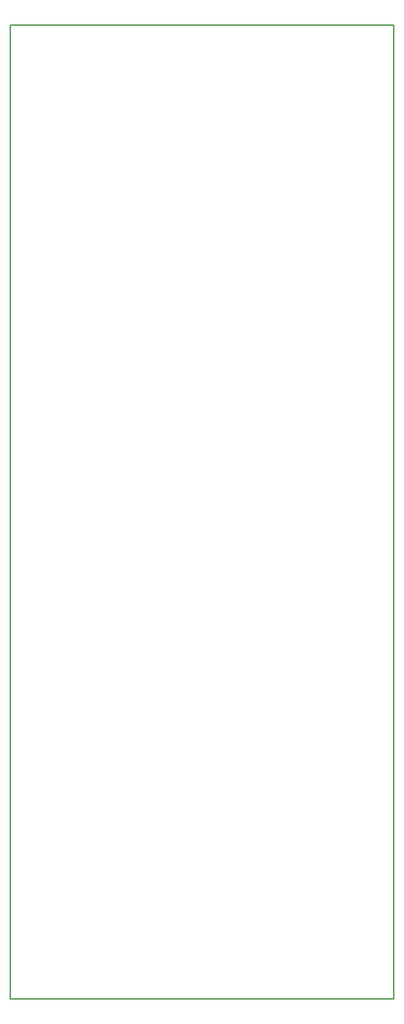
<source format=gm1>
%TF.GenerationSoftware,KiCad,Pcbnew,(6.0.0-0)*%
%TF.CreationDate,2022-09-18T02:58:12-04:00*%
%TF.ProjectId,daisy_hardware_v1_PANEL_ONLY,64616973-795f-4686-9172-64776172655f,rev?*%
%TF.SameCoordinates,Original*%
%TF.FileFunction,Profile,NP*%
%FSLAX46Y46*%
G04 Gerber Fmt 4.6, Leading zero omitted, Abs format (unit mm)*
G04 Created by KiCad (PCBNEW (6.0.0-0)) date 2022-09-18 02:58:12*
%MOMM*%
%LPD*%
G01*
G04 APERTURE LIST*
%TA.AperFunction,Profile*%
%ADD10C,0.200000*%
%TD*%
G04 APERTURE END LIST*
D10*
X139954000Y-250160000D02*
X190454000Y-250160000D01*
X190454000Y-250160000D02*
X190454000Y-378460000D01*
X190454000Y-378460000D02*
X139954000Y-378460000D01*
X139954000Y-378460000D02*
X139954000Y-250160000D01*
M02*

</source>
